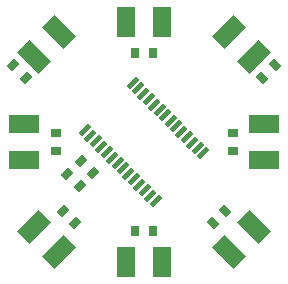
<source format=gtp>
%FSLAX24Y24*%
%MOIN*%
G70*
G01*
G75*
G04 Layer_Color=8421504*
G04:AMPARAMS|DCode=10|XSize=15.7mil|YSize=43.3mil|CornerRadius=0mil|HoleSize=0mil|Usage=FLASHONLY|Rotation=315.000|XOffset=0mil|YOffset=0mil|HoleType=Round|Shape=Rectangle|*
%AMROTATEDRECTD10*
4,1,4,-0.0209,-0.0097,0.0097,0.0209,0.0209,0.0097,-0.0097,-0.0209,-0.0209,-0.0097,0.0*
%
%ADD10ROTATEDRECTD10*%

G04:AMPARAMS|DCode=11|XSize=102mil|YSize=59mil|CornerRadius=0mil|HoleSize=0mil|Usage=FLASHONLY|Rotation=315.000|XOffset=0mil|YOffset=0mil|HoleType=Round|Shape=Rectangle|*
%AMROTATEDRECTD11*
4,1,4,-0.0569,0.0152,-0.0152,0.0569,0.0569,-0.0152,0.0152,-0.0569,-0.0569,0.0152,0.0*
%
%ADD11ROTATEDRECTD11*%

%ADD12R,0.1020X0.0590*%
G04:AMPARAMS|DCode=13|XSize=102mil|YSize=59mil|CornerRadius=0mil|HoleSize=0mil|Usage=FLASHONLY|Rotation=45.000|XOffset=0mil|YOffset=0mil|HoleType=Round|Shape=Rectangle|*
%AMROTATEDRECTD13*
4,1,4,-0.0152,-0.0569,-0.0569,-0.0152,0.0152,0.0569,0.0569,0.0152,-0.0152,-0.0569,0.0*
%
%ADD13ROTATEDRECTD13*%

%ADD14R,0.0590X0.1020*%
%ADD15R,0.0270X0.0350*%
G04:AMPARAMS|DCode=16|XSize=27mil|YSize=35mil|CornerRadius=0mil|HoleSize=0mil|Usage=FLASHONLY|Rotation=45.000|XOffset=0mil|YOffset=0mil|HoleType=Round|Shape=Rectangle|*
%AMROTATEDRECTD16*
4,1,4,0.0028,-0.0219,-0.0219,0.0028,-0.0028,0.0219,0.0219,-0.0028,0.0028,-0.0219,0.0*
%
%ADD16ROTATEDRECTD16*%

%ADD17R,0.0350X0.0270*%
G04:AMPARAMS|DCode=18|XSize=27mil|YSize=35mil|CornerRadius=0mil|HoleSize=0mil|Usage=FLASHONLY|Rotation=135.000|XOffset=0mil|YOffset=0mil|HoleType=Round|Shape=Rectangle|*
%AMROTATEDRECTD18*
4,1,4,0.0219,0.0028,-0.0028,-0.0219,-0.0219,-0.0028,0.0028,0.0219,0.0219,0.0028,0.0*
%
%ADD18ROTATEDRECTD18*%

%ADD19C,0.0197*%
%ADD20C,0.0070*%
%ADD21C,0.0100*%
%ADD22C,0.0700*%
%ADD23C,0.0300*%
%ADD24R,0.0315X0.0433*%
%ADD25R,0.0800X0.0550*%
%ADD26C,0.7000*%
%ADD27R,0.1098X0.2000*%
%ADD28R,0.0248X0.0787*%
%ADD29C,0.0060*%
G04:AMPARAMS|DCode=30|XSize=21.7mil|YSize=54.1mil|CornerRadius=0mil|HoleSize=0mil|Usage=FLASHONLY|Rotation=315.000|XOffset=0mil|YOffset=0mil|HoleType=Round|Shape=Rectangle|*
%AMROTATEDRECTD30*
4,1,4,-0.0268,-0.0115,0.0115,0.0268,0.0268,0.0115,-0.0115,-0.0268,-0.0268,-0.0115,0.0*
%
%ADD30ROTATEDRECTD30*%

G04:AMPARAMS|DCode=31|XSize=22.6mil|YSize=20.7mil|CornerRadius=0mil|HoleSize=0mil|Usage=FLASHONLY|Rotation=315.000|XOffset=0mil|YOffset=0mil|HoleType=Round|Shape=Rectangle|*
%AMROTATEDRECTD31*
4,1,4,-0.0153,0.0007,-0.0007,0.0153,0.0153,-0.0007,0.0007,-0.0153,-0.0153,0.0007,0.0*
%
%ADD31ROTATEDRECTD31*%

G04:AMPARAMS|DCode=32|XSize=22.6mil|YSize=20.7mil|CornerRadius=0mil|HoleSize=0mil|Usage=FLASHONLY|Rotation=135.000|XOffset=0mil|YOffset=0mil|HoleType=Round|Shape=Rectangle|*
%AMROTATEDRECTD32*
4,1,4,0.0153,-0.0007,0.0007,-0.0153,-0.0153,0.0007,-0.0007,0.0153,0.0153,-0.0007,0.0*
%
%ADD32ROTATEDRECTD32*%

%ADD33R,0.0226X0.0207*%
%ADD34R,0.0226X0.0207*%
G04:AMPARAMS|DCode=35|XSize=22.6mil|YSize=20.7mil|CornerRadius=0mil|HoleSize=0mil|Usage=FLASHONLY|Rotation=45.000|XOffset=0mil|YOffset=0mil|HoleType=Round|Shape=Rectangle|*
%AMROTATEDRECTD35*
4,1,4,-0.0007,-0.0153,-0.0153,-0.0007,0.0007,0.0153,0.0153,0.0007,-0.0007,-0.0153,0.0*
%
%ADD35ROTATEDRECTD35*%

G04:AMPARAMS|DCode=36|XSize=22.6mil|YSize=20.7mil|CornerRadius=0mil|HoleSize=0mil|Usage=FLASHONLY|Rotation=225.000|XOffset=0mil|YOffset=0mil|HoleType=Round|Shape=Rectangle|*
%AMROTATEDRECTD36*
4,1,4,0.0007,0.0153,0.0153,0.0007,-0.0007,-0.0153,-0.0153,-0.0007,0.0007,0.0153,0.0*
%
%ADD36ROTATEDRECTD36*%

%ADD37R,0.0207X0.0226*%
%ADD38R,0.0207X0.0226*%
D10*
X3280Y5633D02*
D03*
X3461Y5452D02*
D03*
X3642Y5271D02*
D03*
X3823Y5090D02*
D03*
X4004Y4909D02*
D03*
X4185Y4728D02*
D03*
X4366Y4547D02*
D03*
X4547Y4366D02*
D03*
X4728Y4185D02*
D03*
X4909Y4004D02*
D03*
X5090Y3823D02*
D03*
X5271Y3642D02*
D03*
X5452Y3461D02*
D03*
X5633Y3280D02*
D03*
X4867Y7220D02*
D03*
X5048Y7039D02*
D03*
X5229Y6858D02*
D03*
X5410Y6677D02*
D03*
X5591Y6496D02*
D03*
X5772Y6315D02*
D03*
X5953Y6134D02*
D03*
X6134Y5953D02*
D03*
X6315Y5772D02*
D03*
X6496Y5591D02*
D03*
X6677Y5410D02*
D03*
X6858Y5229D02*
D03*
X7039Y5048D02*
D03*
X7220Y4867D02*
D03*
D11*
X1583Y8083D02*
D03*
X2417Y8917D02*
D03*
X8917Y2417D02*
D03*
X8083Y1583D02*
D03*
D12*
X1250Y4660D02*
D03*
Y5840D02*
D03*
X9250Y5840D02*
D03*
Y4660D02*
D03*
D13*
X2417Y1583D02*
D03*
X1583Y2417D02*
D03*
X8083Y8917D02*
D03*
X8917Y8083D02*
D03*
D14*
X5840Y1250D02*
D03*
X4660D02*
D03*
X4660Y9250D02*
D03*
X5840D02*
D03*
D15*
X4960Y8200D02*
D03*
X5540Y8200D02*
D03*
Y2290D02*
D03*
X4960Y2290D02*
D03*
D16*
X9195Y7395D02*
D03*
X9605Y7805D02*
D03*
X7955Y2955D02*
D03*
X7545Y2545D02*
D03*
D17*
X8200Y5540D02*
D03*
X8200Y4960D02*
D03*
X2300Y5540D02*
D03*
X2300Y4960D02*
D03*
D18*
X2955Y2545D02*
D03*
X2545Y2955D02*
D03*
X3105Y3765D02*
D03*
X2695Y4175D02*
D03*
X895Y7805D02*
D03*
X1305Y7395D02*
D03*
X3545Y4205D02*
D03*
X3135Y4615D02*
D03*
M02*

</source>
